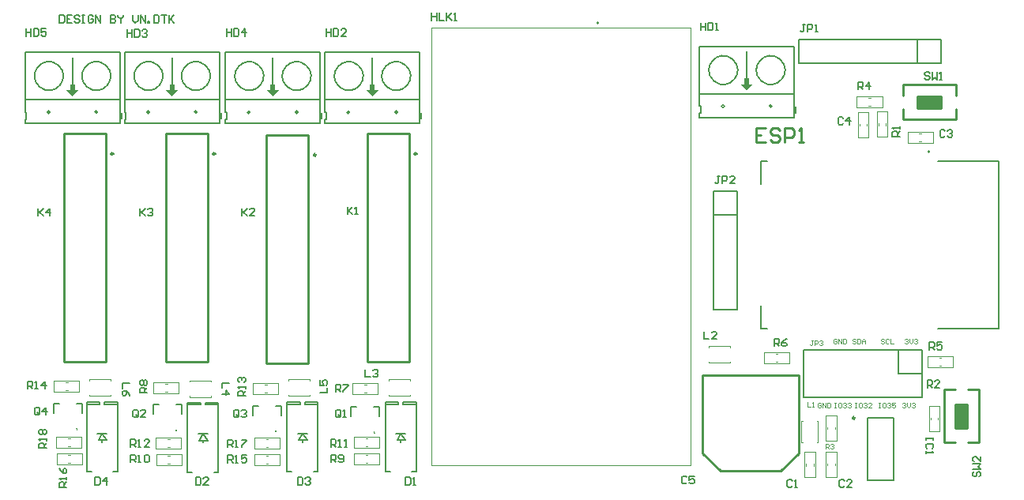
<source format=gto>
G04*
G04 #@! TF.GenerationSoftware,Altium Limited,Altium Designer,18.0.7 (293)*
G04*
G04 Layer_Color=65535*
%FSLAX24Y24*%
%MOIN*%
G70*
G01*
G75*
%ADD10C,0.0070*%
%ADD11C,0.0079*%
%ADD12C,0.0100*%
%ADD13C,0.0098*%
%ADD14C,0.0050*%
%ADD15C,0.0040*%
%ADD16C,0.0039*%
%ADD17R,0.1000X0.0500*%
%ADD18R,0.0500X0.1000*%
G36*
X12250Y26600D02*
X12500Y26850D01*
X12350D01*
Y27100D01*
X12150D01*
Y26850D01*
X12000D01*
X12250Y26600D01*
D02*
G37*
G36*
X16450D02*
X16700Y26850D01*
X16550D01*
Y27100D01*
X16350D01*
Y26850D01*
X16200D01*
X16450Y26600D01*
D02*
G37*
G36*
X20700D02*
X20950Y26850D01*
X20800D01*
Y27100D01*
X20600D01*
Y26850D01*
X20450D01*
X20700Y26600D01*
D02*
G37*
G36*
X24900D02*
X25150Y26850D01*
X25000D01*
Y27100D01*
X24800D01*
Y26850D01*
X24650D01*
X24900Y26600D01*
D02*
G37*
G36*
X40700Y26850D02*
X40950Y27100D01*
X40800D01*
Y27350D01*
X40600D01*
Y27100D01*
X40450D01*
X40700Y26850D01*
D02*
G37*
D10*
X17062Y26988D02*
G03*
X17049Y26999I388J462D01*
G01*
X15494Y25920D02*
G03*
X15494Y25920I-64J0D01*
G01*
X17514Y25930D02*
G03*
X17514Y25930I-64J0D01*
G01*
X15063Y26987D02*
G03*
X15049Y26999I387J463D01*
G01*
X39313Y27237D02*
G03*
X39299Y27249I387J463D01*
G01*
X41764Y26180D02*
G03*
X41764Y26180I-64J0D01*
G01*
X39744Y26170D02*
G03*
X39744Y26170I-64J0D01*
G01*
X41312Y27238D02*
G03*
X41299Y27249I388J462D01*
G01*
X23513Y26987D02*
G03*
X23499Y26999I387J463D01*
G01*
X25964Y25930D02*
G03*
X25964Y25930I-64J0D01*
G01*
X23944Y25920D02*
G03*
X23944Y25920I-64J0D01*
G01*
X25512Y26988D02*
G03*
X25499Y26999I388J462D01*
G01*
X10863Y26987D02*
G03*
X10849Y26999I387J463D01*
G01*
X13314Y25930D02*
G03*
X13314Y25930I-64J0D01*
G01*
X11294Y25920D02*
G03*
X11294Y25920I-64J0D01*
G01*
X12862Y26988D02*
G03*
X12849Y26999I388J462D01*
G01*
X19313Y26987D02*
G03*
X19299Y26999I387J463D01*
G01*
X21764Y25930D02*
G03*
X21764Y25930I-64J0D01*
G01*
X19744Y25920D02*
G03*
X19744Y25920I-64J0D01*
G01*
X21312Y26988D02*
G03*
X21299Y26999I388J462D01*
G01*
X14460Y26450D02*
X18430D01*
X18450Y26950D02*
Y28450D01*
X14450Y25940D02*
Y28450D01*
Y25940D02*
X14500D01*
Y25630D02*
Y25940D01*
X14450Y25630D02*
X14500D01*
X14450Y25450D02*
Y25630D01*
Y25450D02*
X18450D01*
Y26950D01*
X18510Y25650D02*
Y25900D01*
X16450Y26730D02*
Y28240D01*
X14450Y28450D02*
X18450D01*
X38700Y28700D02*
X42700D01*
X40700Y26980D02*
Y28490D01*
X42760Y25900D02*
Y26150D01*
X42700Y25700D02*
Y27200D01*
X38700Y25700D02*
X42700D01*
X38700D02*
Y25880D01*
X38750D01*
Y26190D01*
X38700D02*
X38750D01*
X38700D02*
Y28700D01*
X42700Y27200D02*
Y28700D01*
X38710Y26700D02*
X42680D01*
X22900Y28450D02*
X26900D01*
X24900Y26730D02*
Y28240D01*
X26960Y25650D02*
Y25900D01*
X26900Y25450D02*
Y26950D01*
X22900Y25450D02*
X26900D01*
X22900D02*
Y25630D01*
X22950D01*
Y25940D01*
X22900D02*
X22950D01*
X22900D02*
Y28450D01*
X26900Y26950D02*
Y28450D01*
X22910Y26450D02*
X26880D01*
X10250Y28450D02*
X14250D01*
X12250Y26730D02*
Y28240D01*
X14310Y25650D02*
Y25900D01*
X14250Y25450D02*
Y26950D01*
X10250Y25450D02*
X14250D01*
X10250D02*
Y25630D01*
X10300D01*
Y25940D01*
X10250D02*
X10300D01*
X10250D02*
Y28450D01*
X14250Y26950D02*
Y28450D01*
X10260Y26450D02*
X14230D01*
X18700Y28450D02*
X22700D01*
X20700Y26730D02*
Y28240D01*
X22760Y25650D02*
Y25900D01*
X22700Y25450D02*
Y26950D01*
X18700Y25450D02*
X22700D01*
X18700D02*
Y25630D01*
X18750D01*
Y25940D01*
X18700D02*
X18750D01*
X18700D02*
Y28450D01*
X22700Y26950D02*
Y28450D01*
X18710Y26450D02*
X22680D01*
D11*
X48411Y24266D02*
G03*
X48411Y24266I-39J0D01*
G01*
X12424Y12523D02*
G03*
X12424Y12563I0J20D01*
G01*
D02*
G03*
X12424Y12523I0J-20D01*
G01*
D02*
G03*
X12424Y12563I0J20D01*
G01*
X16624Y12473D02*
G03*
X16624Y12513I0J20D01*
G01*
D02*
G03*
X16624Y12473I0J-20D01*
G01*
D02*
G03*
X16624Y12513I0J20D01*
G01*
X20824Y12430D02*
G03*
X20824Y12469I0J20D01*
G01*
D02*
G03*
X20824Y12430I0J-20D01*
G01*
D02*
G03*
X20824Y12469I0J20D01*
G01*
X24974Y12373D02*
G03*
X24974Y12413I0J20D01*
G01*
D02*
G03*
X24974Y12373I0J-20D01*
G01*
D02*
G03*
X24974Y12413I0J20D01*
G01*
X34437Y29695D02*
G03*
X34358Y29695I-39J0D01*
G01*
D02*
G03*
X34437Y29695I39J0D01*
G01*
X12648Y13232D02*
Y13626D01*
X12404D02*
X12648D01*
X11452D02*
X11676D01*
X11452Y13232D02*
Y13626D01*
X13500Y12003D02*
Y12082D01*
Y12357D02*
Y12397D01*
X13343Y12082D02*
X13697D01*
X13500Y12357D02*
X13697Y12082D01*
X13343D02*
X13500Y12357D01*
X13303D02*
X13697D01*
X13600Y13676D02*
X14150D01*
Y10750D02*
Y13676D01*
X13600Y13600D02*
Y13676D01*
Y13600D02*
X14150D01*
X12850D02*
X13400D01*
Y13676D01*
X13963Y10750D02*
X14150D01*
X12850Y13676D02*
X13400D01*
X12850Y10750D02*
X13037D01*
X12850D02*
Y13676D01*
X16848Y13182D02*
Y13576D01*
X16604D02*
X16848D01*
X15652D02*
X15876D01*
X15652Y13182D02*
Y13576D01*
X17750Y11991D02*
Y12069D01*
Y12345D02*
Y12384D01*
X17593Y12069D02*
X17947D01*
X17750Y12345D02*
X17947Y12069D01*
X17593D02*
X17750Y12345D01*
X17553D02*
X17947D01*
X17850Y13664D02*
X18400D01*
Y10737D02*
Y13664D01*
X17850Y13587D02*
Y13664D01*
Y13587D02*
X18400D01*
X17100D02*
X17650D01*
Y13664D01*
X18213Y10737D02*
X18400D01*
X17100Y13664D02*
X17650D01*
X17100Y10737D02*
X17287D01*
X17100D02*
Y13664D01*
X21048Y13138D02*
Y13532D01*
X20804D02*
X21048D01*
X19852D02*
X20076D01*
X19852Y13138D02*
Y13532D01*
X21950Y12003D02*
Y12082D01*
Y12357D02*
Y12397D01*
X21793Y12082D02*
X22147D01*
X21950Y12357D02*
X22147Y12082D01*
X21793D02*
X21950Y12357D01*
X21753D02*
X22147D01*
X22050Y13676D02*
X22600D01*
Y10750D02*
Y13676D01*
X22050Y13600D02*
Y13676D01*
Y13600D02*
X22600D01*
X21300D02*
X21850D01*
Y13676D01*
X22413Y10750D02*
X22600D01*
X21300Y13676D02*
X21850D01*
X21300Y10750D02*
X21487D01*
X21300D02*
Y13676D01*
X25198Y13082D02*
Y13476D01*
X24954D02*
X25198D01*
X24002D02*
X24226D01*
X24002Y13082D02*
Y13476D01*
X26100Y12003D02*
Y12082D01*
Y12357D02*
Y12397D01*
X25943Y12082D02*
X26297D01*
X26100Y12357D02*
X26297Y12082D01*
X25943D02*
X26100Y12357D01*
X25903D02*
X26297D01*
X26200Y13676D02*
X26750D01*
Y10750D02*
Y13676D01*
X26200Y13600D02*
Y13676D01*
Y13600D02*
X26750D01*
X25450D02*
X26000D01*
Y13676D01*
X26563Y10750D02*
X26750D01*
X25450Y13676D02*
X26000D01*
X25450Y10750D02*
X25637D01*
X25450D02*
Y13676D01*
X47100Y14900D02*
Y15900D01*
Y14900D02*
X48100D01*
Y13900D02*
Y15900D01*
X46100Y13900D02*
X48100D01*
X43100D02*
X46100D01*
X43100D02*
Y15900D01*
X48100D01*
X45799Y10381D02*
X46901D01*
X45799Y13019D02*
X46901D01*
Y10381D02*
Y13019D01*
X45799Y10381D02*
Y13019D01*
X39300Y22600D02*
X40300D01*
Y17600D02*
Y22600D01*
X39300Y17600D02*
Y22600D01*
Y17600D02*
X40300D01*
X39300Y21600D02*
X40300D01*
X42900Y28000D02*
Y29000D01*
X48900Y28000D02*
Y29000D01*
X42900Y28000D02*
X48900D01*
X42900Y29000D02*
X48900D01*
X47900Y28000D02*
Y29000D01*
X11700Y30015D02*
Y29700D01*
X11857D01*
X11910Y29752D01*
Y29962D01*
X11857Y30015D01*
X11700D01*
X12225D02*
X12015D01*
Y29700D01*
X12225D01*
X12015Y29857D02*
X12120D01*
X12540Y29962D02*
X12487Y30015D01*
X12382D01*
X12330Y29962D01*
Y29910D01*
X12382Y29857D01*
X12487D01*
X12540Y29805D01*
Y29752D01*
X12487Y29700D01*
X12382D01*
X12330Y29752D01*
X12645Y30015D02*
X12750D01*
X12697D01*
Y29700D01*
X12645D01*
X12750D01*
X13117Y29962D02*
X13064Y30015D01*
X12959D01*
X12907Y29962D01*
Y29752D01*
X12959Y29700D01*
X13064D01*
X13117Y29752D01*
Y29857D01*
X13012D01*
X13222Y29700D02*
Y30015D01*
X13432Y29700D01*
Y30015D01*
X13852D02*
Y29700D01*
X14009D01*
X14061Y29752D01*
Y29805D01*
X14009Y29857D01*
X13852D01*
X14009D01*
X14061Y29910D01*
Y29962D01*
X14009Y30015D01*
X13852D01*
X14166D02*
Y29962D01*
X14271Y29857D01*
X14376Y29962D01*
Y30015D01*
X14271Y29857D02*
Y29700D01*
X14796Y30015D02*
Y29805D01*
X14901Y29700D01*
X15006Y29805D01*
Y30015D01*
X15111Y29700D02*
Y30015D01*
X15321Y29700D01*
Y30015D01*
X15426Y29700D02*
Y29752D01*
X15478D01*
Y29700D01*
X15426D01*
X15688Y30015D02*
Y29700D01*
X15846D01*
X15898Y29752D01*
Y29962D01*
X15846Y30015D01*
X15688D01*
X16003D02*
X16213D01*
X16108D01*
Y29700D01*
X16318Y30015D02*
Y29700D01*
Y29805D01*
X16528Y30015D01*
X16370Y29857D01*
X16528Y29700D01*
X48410Y27562D02*
X48357Y27615D01*
X48252D01*
X48200Y27562D01*
Y27510D01*
X48252Y27457D01*
X48357D01*
X48410Y27405D01*
Y27352D01*
X48357Y27300D01*
X48252D01*
X48200Y27352D01*
X48515Y27615D02*
Y27300D01*
X48620Y27405D01*
X48725Y27300D01*
Y27615D01*
X48830Y27300D02*
X48935D01*
X48882D01*
Y27615D01*
X48830Y27562D01*
X50288Y10760D02*
X50235Y10707D01*
Y10602D01*
X50288Y10550D01*
X50340D01*
X50393Y10602D01*
Y10707D01*
X50445Y10760D01*
X50498D01*
X50550Y10707D01*
Y10602D01*
X50498Y10550D01*
X50235Y10865D02*
X50550D01*
X50445Y10970D01*
X50550Y11075D01*
X50235D01*
X50550Y11390D02*
Y11180D01*
X50340Y11390D01*
X50288D01*
X50235Y11337D01*
Y11232D01*
X50288Y11180D01*
X11150Y11750D02*
X10835D01*
Y11907D01*
X10888Y11960D01*
X10993D01*
X11045Y11907D01*
Y11750D01*
Y11855D02*
X11150Y11960D01*
Y12065D02*
Y12170D01*
Y12117D01*
X10835D01*
X10888Y12065D01*
Y12327D02*
X10835Y12380D01*
Y12485D01*
X10888Y12537D01*
X10940D01*
X10993Y12485D01*
X11045Y12537D01*
X11098D01*
X11150Y12485D01*
Y12380D01*
X11098Y12327D01*
X11045D01*
X10993Y12380D01*
X10940Y12327D01*
X10888D01*
X10993Y12380D02*
Y12485D01*
X18800Y11790D02*
Y12105D01*
X18957D01*
X19010Y12052D01*
Y11947D01*
X18957Y11895D01*
X18800D01*
X18905D02*
X19010Y11790D01*
X19115D02*
X19220D01*
X19167D01*
Y12105D01*
X19115Y12052D01*
X19377Y12105D02*
X19587D01*
Y12052D01*
X19377Y11842D01*
Y11790D01*
X12000Y10100D02*
X11685D01*
Y10257D01*
X11738Y10310D01*
X11843D01*
X11895Y10257D01*
Y10100D01*
Y10205D02*
X12000Y10310D01*
Y10415D02*
Y10520D01*
Y10467D01*
X11685D01*
X11738Y10415D01*
X11685Y10887D02*
X11738Y10782D01*
X11843Y10677D01*
X11948D01*
X12000Y10730D01*
Y10835D01*
X11948Y10887D01*
X11895D01*
X11843Y10835D01*
Y10677D01*
X18800Y11140D02*
Y11455D01*
X18957D01*
X19010Y11402D01*
Y11297D01*
X18957Y11245D01*
X18800D01*
X18905D02*
X19010Y11140D01*
X19115D02*
X19220D01*
X19167D01*
Y11455D01*
X19115Y11402D01*
X19587Y11455D02*
X19377D01*
Y11297D01*
X19482Y11350D01*
X19535D01*
X19587Y11297D01*
Y11192D01*
X19535Y11140D01*
X19430D01*
X19377Y11192D01*
X10350Y14250D02*
Y14565D01*
X10507D01*
X10560Y14512D01*
Y14407D01*
X10507Y14355D01*
X10350D01*
X10455D02*
X10560Y14250D01*
X10665D02*
X10770D01*
X10717D01*
Y14565D01*
X10665Y14512D01*
X11085Y14250D02*
Y14565D01*
X10927Y14407D01*
X11137D01*
X19550Y13950D02*
X19235D01*
Y14107D01*
X19288Y14160D01*
X19393D01*
X19445Y14107D01*
Y13950D01*
Y14055D02*
X19550Y14160D01*
Y14265D02*
Y14370D01*
Y14317D01*
X19235D01*
X19288Y14265D01*
Y14527D02*
X19235Y14580D01*
Y14685D01*
X19288Y14737D01*
X19340D01*
X19393Y14685D01*
Y14632D01*
Y14685D01*
X19445Y14737D01*
X19498D01*
X19550Y14685D01*
Y14580D01*
X19498Y14527D01*
X14700Y11800D02*
Y12115D01*
X14857D01*
X14910Y12062D01*
Y11957D01*
X14857Y11905D01*
X14700D01*
X14805D02*
X14910Y11800D01*
X15015D02*
X15120D01*
X15067D01*
Y12115D01*
X15015Y12062D01*
X15487Y11800D02*
X15277D01*
X15487Y12010D01*
Y12062D01*
X15435Y12115D01*
X15330D01*
X15277Y12062D01*
X23150Y11800D02*
Y12115D01*
X23307D01*
X23360Y12062D01*
Y11957D01*
X23307Y11905D01*
X23150D01*
X23255D02*
X23360Y11800D01*
X23465D02*
X23570D01*
X23517D01*
Y12115D01*
X23465Y12062D01*
X23727Y11800D02*
X23832D01*
X23780D01*
Y12115D01*
X23727Y12062D01*
X14700Y11150D02*
Y11465D01*
X14857D01*
X14910Y11412D01*
Y11307D01*
X14857Y11255D01*
X14700D01*
X14805D02*
X14910Y11150D01*
X15015D02*
X15120D01*
X15067D01*
Y11465D01*
X15015Y11412D01*
X15277D02*
X15330Y11465D01*
X15435D01*
X15487Y11412D01*
Y11202D01*
X15435Y11150D01*
X15330D01*
X15277Y11202D01*
Y11412D01*
X23150Y11150D02*
Y11465D01*
X23307D01*
X23360Y11412D01*
Y11307D01*
X23307Y11255D01*
X23150D01*
X23255D02*
X23360Y11150D01*
X23465Y11202D02*
X23517Y11150D01*
X23622D01*
X23675Y11202D01*
Y11412D01*
X23622Y11465D01*
X23517D01*
X23465Y11412D01*
Y11360D01*
X23517Y11307D01*
X23675D01*
X15400Y14090D02*
X15085D01*
Y14247D01*
X15138Y14300D01*
X15243D01*
X15295Y14247D01*
Y14090D01*
Y14195D02*
X15400Y14300D01*
X15138Y14405D02*
X15085Y14457D01*
Y14562D01*
X15138Y14615D01*
X15190D01*
X15243Y14562D01*
X15295Y14615D01*
X15348D01*
X15400Y14562D01*
Y14457D01*
X15348Y14405D01*
X15295D01*
X15243Y14457D01*
X15190Y14405D01*
X15138D01*
X15243Y14457D02*
Y14562D01*
X23350Y14120D02*
Y14435D01*
X23507D01*
X23560Y14382D01*
Y14277D01*
X23507Y14225D01*
X23350D01*
X23455D02*
X23560Y14120D01*
X23665Y14435D02*
X23875D01*
Y14382D01*
X23665Y14172D01*
Y14120D01*
X41850Y16050D02*
Y16365D01*
X42007D01*
X42060Y16312D01*
Y16207D01*
X42007Y16155D01*
X41850D01*
X41955D02*
X42060Y16050D01*
X42375Y16365D02*
X42270Y16312D01*
X42165Y16207D01*
Y16102D01*
X42217Y16050D01*
X42322D01*
X42375Y16102D01*
Y16155D01*
X42322Y16207D01*
X42165D01*
X48400Y15900D02*
Y16215D01*
X48557D01*
X48610Y16162D01*
Y16057D01*
X48557Y16005D01*
X48400D01*
X48505D02*
X48610Y15900D01*
X48925Y16215D02*
X48715D01*
Y16057D01*
X48820Y16110D01*
X48872D01*
X48925Y16057D01*
Y15952D01*
X48872Y15900D01*
X48767D01*
X48715Y15952D01*
X45390Y26880D02*
Y27195D01*
X45547D01*
X45600Y27142D01*
Y27037D01*
X45547Y26985D01*
X45390D01*
X45495D02*
X45600Y26880D01*
X45862D02*
Y27195D01*
X45705Y27037D01*
X45915D01*
X48310Y14300D02*
Y14615D01*
X48467D01*
X48520Y14562D01*
Y14457D01*
X48467Y14405D01*
X48310D01*
X48415D02*
X48520Y14300D01*
X48835D02*
X48625D01*
X48835Y14510D01*
Y14562D01*
X48782Y14615D01*
X48677D01*
X48625Y14562D01*
X47150Y24900D02*
X46835D01*
Y25057D01*
X46888Y25110D01*
X46993D01*
X47045Y25057D01*
Y24900D01*
Y25005D02*
X47150Y25110D01*
Y25215D02*
Y25320D01*
Y25267D01*
X46835D01*
X46888Y25215D01*
X10860Y13202D02*
Y13412D01*
X10807Y13465D01*
X10702D01*
X10650Y13412D01*
Y13202D01*
X10702Y13150D01*
X10807D01*
X10755Y13255D02*
X10860Y13150D01*
X10807D02*
X10860Y13202D01*
X11122Y13150D02*
Y13465D01*
X10965Y13307D01*
X11175D01*
X19260Y13102D02*
Y13312D01*
X19207Y13365D01*
X19102D01*
X19050Y13312D01*
Y13102D01*
X19102Y13050D01*
X19207D01*
X19155Y13155D02*
X19260Y13050D01*
X19207D02*
X19260Y13102D01*
X19365Y13312D02*
X19417Y13365D01*
X19522D01*
X19575Y13312D01*
Y13260D01*
X19522Y13207D01*
X19470D01*
X19522D01*
X19575Y13155D01*
Y13102D01*
X19522Y13050D01*
X19417D01*
X19365Y13102D01*
X15010D02*
Y13312D01*
X14957Y13365D01*
X14852D01*
X14800Y13312D01*
Y13102D01*
X14852Y13050D01*
X14957D01*
X14905Y13155D02*
X15010Y13050D01*
X14957D02*
X15010Y13102D01*
X15325Y13050D02*
X15115D01*
X15325Y13260D01*
Y13312D01*
X15272Y13365D01*
X15167D01*
X15115Y13312D01*
X23560Y13102D02*
Y13312D01*
X23507Y13365D01*
X23402D01*
X23350Y13312D01*
Y13102D01*
X23402Y13050D01*
X23507D01*
X23455Y13155D02*
X23560Y13050D01*
X23507D02*
X23560Y13102D01*
X23665Y13050D02*
X23770D01*
X23717D01*
Y13365D01*
X23665Y13312D01*
X14665Y14480D02*
X14350D01*
Y14270D01*
X14665Y13955D02*
X14612Y14060D01*
X14507Y14165D01*
X14402D01*
X14350Y14113D01*
Y14008D01*
X14402Y13955D01*
X14455D01*
X14507Y14008D01*
Y14165D01*
X22685Y14090D02*
X23000D01*
Y14300D01*
X22685Y14615D02*
Y14405D01*
X22843D01*
X22790Y14510D01*
Y14562D01*
X22843Y14615D01*
X22948D01*
X23000Y14562D01*
Y14457D01*
X22948Y14405D01*
X18865Y14500D02*
X18550D01*
Y14290D01*
Y14028D02*
X18865D01*
X18707Y14185D01*
Y13975D01*
X24600Y15065D02*
Y14750D01*
X24810D01*
X24915Y15012D02*
X24967Y15065D01*
X25072D01*
X25125Y15012D01*
Y14960D01*
X25072Y14907D01*
X25020D01*
X25072D01*
X25125Y14855D01*
Y14802D01*
X25072Y14750D01*
X24967D01*
X24915Y14802D01*
X38890Y16665D02*
Y16350D01*
X39100D01*
X39415D02*
X39205D01*
X39415Y16560D01*
Y16612D01*
X39362Y16665D01*
X39257D01*
X39205Y16612D01*
X10800Y21865D02*
Y21550D01*
Y21655D01*
X11010Y21865D01*
X10852Y21707D01*
X11010Y21550D01*
X11272D02*
Y21865D01*
X11115Y21707D01*
X11325D01*
X15100Y21865D02*
Y21550D01*
Y21655D01*
X15310Y21865D01*
X15152Y21707D01*
X15310Y21550D01*
X15415Y21812D02*
X15467Y21865D01*
X15572D01*
X15625Y21812D01*
Y21760D01*
X15572Y21707D01*
X15520D01*
X15572D01*
X15625Y21655D01*
Y21602D01*
X15572Y21550D01*
X15467D01*
X15415Y21602D01*
X19400Y21865D02*
Y21550D01*
Y21655D01*
X19610Y21865D01*
X19452Y21707D01*
X19610Y21550D01*
X19925D02*
X19715D01*
X19925Y21760D01*
Y21812D01*
X19872Y21865D01*
X19767D01*
X19715Y21812D01*
X23850Y21927D02*
Y21612D01*
Y21717D01*
X24060Y21927D01*
X23902Y21769D01*
X24060Y21612D01*
X24165D02*
X24270D01*
X24217D01*
Y21927D01*
X24165Y21874D01*
X39550Y23235D02*
X39445D01*
X39497D01*
Y22972D01*
X39445Y22920D01*
X39392D01*
X39340Y22972D01*
X39655Y22920D02*
Y23235D01*
X39812D01*
X39865Y23182D01*
Y23077D01*
X39812Y23025D01*
X39655D01*
X40180Y22920D02*
X39970D01*
X40180Y23130D01*
Y23182D01*
X40127Y23235D01*
X40022D01*
X39970Y23182D01*
X43150Y29635D02*
X43045D01*
X43097D01*
Y29372D01*
X43045Y29320D01*
X42992D01*
X42940Y29372D01*
X43255Y29320D02*
Y29635D01*
X43412D01*
X43465Y29582D01*
Y29477D01*
X43412Y29425D01*
X43255D01*
X43570Y29320D02*
X43675D01*
X43622D01*
Y29635D01*
X43570Y29582D01*
X48565Y12200D02*
Y12095D01*
Y12148D01*
X48250D01*
Y12200D01*
Y12095D01*
X48512Y11728D02*
X48565Y11780D01*
Y11885D01*
X48512Y11938D01*
X48302D01*
X48250Y11885D01*
Y11780D01*
X48302Y11728D01*
X48250Y11623D02*
Y11518D01*
Y11570D01*
X48565D01*
X48512Y11623D01*
X27400Y30115D02*
Y29800D01*
Y29957D01*
X27610D01*
Y30115D01*
Y29800D01*
X27715Y30115D02*
Y29800D01*
X27925D01*
X28030Y30115D02*
Y29800D01*
Y29905D01*
X28240Y30115D01*
X28082Y29957D01*
X28240Y29800D01*
X28345D02*
X28450D01*
X28397D01*
Y30115D01*
X28345Y30062D01*
X10290Y29445D02*
Y29130D01*
Y29287D01*
X10500D01*
Y29445D01*
Y29130D01*
X10605Y29445D02*
Y29130D01*
X10762D01*
X10815Y29182D01*
Y29392D01*
X10762Y29445D01*
X10605D01*
X11130D02*
X10920D01*
Y29287D01*
X11025Y29340D01*
X11077D01*
X11130Y29287D01*
Y29182D01*
X11077Y29130D01*
X10972D01*
X10920Y29182D01*
X18740Y29445D02*
Y29130D01*
Y29287D01*
X18950D01*
Y29445D01*
Y29130D01*
X19055Y29445D02*
Y29130D01*
X19212D01*
X19265Y29182D01*
Y29392D01*
X19212Y29445D01*
X19055D01*
X19527Y29130D02*
Y29445D01*
X19370Y29287D01*
X19580D01*
X14550Y29415D02*
Y29100D01*
Y29257D01*
X14760D01*
Y29415D01*
Y29100D01*
X14865Y29415D02*
Y29100D01*
X15022D01*
X15075Y29152D01*
Y29362D01*
X15022Y29415D01*
X14865D01*
X15180Y29362D02*
X15232Y29415D01*
X15337D01*
X15390Y29362D01*
Y29310D01*
X15337Y29257D01*
X15285D01*
X15337D01*
X15390Y29205D01*
Y29152D01*
X15337Y29100D01*
X15232D01*
X15180Y29152D01*
X22940Y29445D02*
Y29130D01*
Y29287D01*
X23150D01*
Y29445D01*
Y29130D01*
X23255Y29445D02*
Y29130D01*
X23412D01*
X23465Y29182D01*
Y29392D01*
X23412Y29445D01*
X23255D01*
X23780Y29130D02*
X23570D01*
X23780Y29340D01*
Y29392D01*
X23727Y29445D01*
X23622D01*
X23570Y29392D01*
X38740Y29695D02*
Y29380D01*
Y29537D01*
X38950D01*
Y29695D01*
Y29380D01*
X39055Y29695D02*
Y29380D01*
X39212D01*
X39265Y29432D01*
Y29642D01*
X39212Y29695D01*
X39055D01*
X39370Y29380D02*
X39475D01*
X39422D01*
Y29695D01*
X39370Y29642D01*
X13200Y10515D02*
Y10200D01*
X13357D01*
X13410Y10252D01*
Y10462D01*
X13357Y10515D01*
X13200D01*
X13672Y10200D02*
Y10515D01*
X13515Y10357D01*
X13725D01*
X21750Y10515D02*
Y10200D01*
X21907D01*
X21960Y10252D01*
Y10462D01*
X21907Y10515D01*
X21750D01*
X22065Y10462D02*
X22117Y10515D01*
X22222D01*
X22275Y10462D01*
Y10410D01*
X22222Y10357D01*
X22170D01*
X22222D01*
X22275Y10305D01*
Y10252D01*
X22222Y10200D01*
X22117D01*
X22065Y10252D01*
X17450Y10515D02*
Y10200D01*
X17607D01*
X17660Y10252D01*
Y10462D01*
X17607Y10515D01*
X17450D01*
X17975Y10200D02*
X17765D01*
X17975Y10410D01*
Y10462D01*
X17922Y10515D01*
X17817D01*
X17765Y10462D01*
X26297Y10515D02*
Y10200D01*
X26454D01*
X26507Y10252D01*
Y10462D01*
X26454Y10515D01*
X26297D01*
X26612Y10200D02*
X26717D01*
X26664D01*
Y10515D01*
X26612Y10462D01*
X38160Y10512D02*
X38107Y10565D01*
X38002D01*
X37950Y10512D01*
Y10302D01*
X38002Y10250D01*
X38107D01*
X38160Y10302D01*
X38475Y10565D02*
X38265D01*
Y10407D01*
X38370Y10460D01*
X38422D01*
X38475Y10407D01*
Y10302D01*
X38422Y10250D01*
X38317D01*
X38265Y10302D01*
X44760Y25662D02*
X44707Y25715D01*
X44602D01*
X44550Y25662D01*
Y25452D01*
X44602Y25400D01*
X44707D01*
X44760Y25452D01*
X45022Y25400D02*
Y25715D01*
X44865Y25557D01*
X45075D01*
X49054Y25122D02*
X49001Y25175D01*
X48896D01*
X48844Y25122D01*
Y24912D01*
X48896Y24860D01*
X49001D01*
X49054Y24912D01*
X49159Y25122D02*
X49211Y25175D01*
X49316D01*
X49368Y25122D01*
Y25070D01*
X49316Y25017D01*
X49264D01*
X49316D01*
X49368Y24965D01*
Y24912D01*
X49316Y24860D01*
X49211D01*
X49159Y24912D01*
X44810Y10362D02*
X44757Y10415D01*
X44652D01*
X44600Y10362D01*
Y10152D01*
X44652Y10100D01*
X44757D01*
X44810Y10152D01*
X45125Y10100D02*
X44915D01*
X45125Y10310D01*
Y10362D01*
X45072Y10415D01*
X44967D01*
X44915Y10362D01*
X42610D02*
X42557Y10415D01*
X42452D01*
X42400Y10362D01*
Y10152D01*
X42452Y10100D01*
X42557D01*
X42610Y10152D01*
X42715Y10100D02*
X42820D01*
X42767D01*
Y10415D01*
X42715Y10362D01*
D12*
X13971Y24170D02*
G03*
X13971Y24170I-51J0D01*
G01*
X22521Y24120D02*
G03*
X22521Y24120I-51J0D01*
G01*
X18271Y24170D02*
G03*
X18271Y24170I-51J0D01*
G01*
X26771D02*
G03*
X26771Y24170I-51J0D01*
G01*
X13650Y15377D02*
Y25023D01*
X11878D02*
X13650D01*
X11878Y15377D02*
Y25023D01*
Y15377D02*
X13650D01*
X22200Y15327D02*
Y24973D01*
X20428D02*
X22200D01*
X20428Y15327D02*
Y24973D01*
Y15327D02*
X22200D01*
X17950Y15377D02*
Y25023D01*
X16178D02*
X17950D01*
X16178Y15377D02*
Y25023D01*
Y15377D02*
X17950D01*
X26450D02*
Y25023D01*
X24678D02*
X26450D01*
X24678Y15377D02*
Y25023D01*
Y15377D02*
X26450D01*
X49510Y25620D02*
Y26070D01*
Y26630D02*
Y27080D01*
X47290D02*
X49510D01*
X47290Y25620D02*
X49510D01*
X47900Y26100D02*
X48900D01*
X47900D02*
Y26600D01*
X48900D01*
Y26100D02*
Y26600D01*
X47290Y25620D02*
Y26070D01*
Y26630D02*
Y27080D01*
X50030Y14210D02*
X50480D01*
X49020D02*
X49470D01*
X49500Y12600D02*
X50000D01*
Y13600D01*
X49500D02*
X50000D01*
X49500Y12600D02*
Y13600D01*
X49020Y11990D02*
Y14210D01*
X50480Y11990D02*
Y14210D01*
X50030Y11990D02*
X50480D01*
X49020D02*
X49470D01*
X42878Y11534D02*
Y14834D01*
X42122Y10779D02*
X42878Y11534D01*
X39578Y10779D02*
X42122D01*
X38822Y11534D02*
Y14834D01*
Y11534D02*
X39578Y10779D01*
X38822Y14834D02*
X42878D01*
X41480Y25242D02*
X41080D01*
Y24642D01*
X41480D01*
X41080Y24942D02*
X41280D01*
X42080Y25142D02*
X41980Y25242D01*
X41780D01*
X41680Y25142D01*
Y25042D01*
X41780Y24942D01*
X41980D01*
X42080Y24842D01*
Y24742D01*
X41980Y24642D01*
X41780D01*
X41680Y24742D01*
X42280Y24642D02*
Y25242D01*
X42580D01*
X42679Y25142D01*
Y24942D01*
X42580Y24842D01*
X42280D01*
X42879Y24642D02*
X43079D01*
X42979D01*
Y25242D01*
X42879Y25142D01*
D13*
X45257Y13019D02*
G03*
X45257Y13019I-49J0D01*
G01*
D14*
X48765Y16785D02*
X51324D01*
Y23872D01*
X48765D02*
X51324D01*
X41285Y16785D02*
X41541D01*
X41285D02*
Y17750D01*
Y22907D02*
Y23872D01*
X41541D01*
D15*
X12530Y14120D02*
Y14580D01*
X11460D02*
X12530D01*
X11460Y14120D02*
Y14580D01*
Y14120D02*
X12530D01*
X11960Y14190D02*
X12040D01*
X11960Y14510D02*
X12040D01*
X12630Y11770D02*
Y12230D01*
X11560D02*
X12630D01*
X11560Y11770D02*
Y12230D01*
Y11770D02*
X12630D01*
X12060Y11840D02*
X12140D01*
X12060Y12160D02*
X12140D01*
X11570Y11070D02*
Y11530D01*
Y11070D02*
X12640D01*
Y11530D01*
X11570D02*
X12640D01*
X12060Y11460D02*
X12140D01*
X12060Y11140D02*
X12140D01*
X12950Y13950D02*
Y14000D01*
Y13950D02*
X13850D01*
Y14000D01*
X12950Y14600D02*
Y14650D01*
X13850D01*
Y14600D02*
Y14650D01*
X16730Y14070D02*
Y14530D01*
X15660D02*
X16730D01*
X15660Y14070D02*
Y14530D01*
Y14070D02*
X16730D01*
X16160Y14140D02*
X16240D01*
X16160Y14460D02*
X16240D01*
X16830Y11720D02*
Y12180D01*
X15760D02*
X16830D01*
X15760Y11720D02*
Y12180D01*
Y11720D02*
X16830D01*
X16260Y11790D02*
X16340D01*
X16260Y12110D02*
X16340D01*
X15770Y11020D02*
Y11480D01*
Y11020D02*
X16840D01*
Y11480D01*
X15770D02*
X16840D01*
X16260Y11410D02*
X16340D01*
X16260Y11090D02*
X16340D01*
X17200Y13900D02*
Y13950D01*
Y13900D02*
X18100D01*
Y13950D01*
X17200Y14550D02*
Y14600D01*
X18100D01*
Y14550D02*
Y14600D01*
X21350Y13950D02*
Y14000D01*
Y13950D02*
X22250D01*
Y14000D01*
X21350Y14600D02*
Y14650D01*
X22250D01*
Y14600D02*
Y14650D01*
X20930Y14020D02*
Y14480D01*
X19860D02*
X20930D01*
X19860Y14020D02*
Y14480D01*
Y14020D02*
X20930D01*
X20360Y14090D02*
X20440D01*
X20360Y14410D02*
X20440D01*
X20980Y11720D02*
Y12180D01*
X19910D02*
X20980D01*
X19910Y11720D02*
Y12180D01*
Y11720D02*
X20980D01*
X20410Y11790D02*
X20490D01*
X20410Y12110D02*
X20490D01*
X19915Y11020D02*
Y11480D01*
Y11020D02*
X20985D01*
Y11480D01*
X19915D02*
X20985D01*
X20405Y11410D02*
X20485D01*
X20405Y11090D02*
X20485D01*
X25600Y13950D02*
Y14000D01*
Y13950D02*
X26500D01*
Y14000D01*
X25600Y14600D02*
Y14650D01*
X26500D01*
Y14600D02*
Y14650D01*
X25135Y14020D02*
Y14480D01*
X24065D02*
X25135D01*
X24065Y14020D02*
Y14480D01*
Y14020D02*
X25135D01*
X24565Y14090D02*
X24645D01*
X24565Y14410D02*
X24645D01*
X25185Y11770D02*
Y12230D01*
X24115D02*
X25185D01*
X24115Y11770D02*
Y12230D01*
Y11770D02*
X25185D01*
X24615Y11840D02*
X24695D01*
X24615Y12160D02*
X24695D01*
X24125Y11070D02*
Y11530D01*
Y11070D02*
X25195D01*
Y11530D01*
X24125D02*
X25195D01*
X24615Y11460D02*
X24695D01*
X24615Y11140D02*
X24695D01*
X43510Y11005D02*
Y11085D01*
X43190Y11005D02*
Y11085D01*
X43120Y10515D02*
Y11585D01*
X43580D01*
Y10515D02*
Y11585D01*
X43120Y10515D02*
X43580D01*
X43650Y12006D02*
X43700D01*
Y12906D01*
X43650D02*
X43700D01*
X43000Y12006D02*
X43050D01*
X43000D02*
Y12906D01*
X43050D01*
X44020Y12070D02*
X44480D01*
Y13140D01*
X44020D02*
X44480D01*
X44020Y12070D02*
Y13140D01*
X44090Y12560D02*
Y12640D01*
X44410Y12560D02*
Y12640D01*
X49380Y15170D02*
Y15630D01*
X48310D02*
X49380D01*
X48310Y15170D02*
Y15630D01*
Y15170D02*
X49380D01*
X48810Y15240D02*
X48890D01*
X48810Y15560D02*
X48890D01*
X48370Y13525D02*
X48830D01*
X48370Y12455D02*
Y13525D01*
Y12455D02*
X48830D01*
Y13525D01*
X48760Y12955D02*
Y13035D01*
X48440Y12955D02*
Y13035D01*
X44090Y11010D02*
Y11090D01*
X44410Y11010D02*
Y11090D01*
X44480Y10510D02*
Y11580D01*
X44020Y10510D02*
X44480D01*
X44020D02*
Y11580D01*
X44480D01*
X42475Y15320D02*
Y15780D01*
X41405D02*
X42475D01*
X41405Y15320D02*
Y15780D01*
Y15320D02*
X42475D01*
X41905Y15390D02*
X41985D01*
X41905Y15710D02*
X41985D01*
X46170Y24875D02*
X46630D01*
Y25945D01*
X46170D02*
X46630D01*
X46170Y24875D02*
Y25945D01*
X46240Y25365D02*
Y25445D01*
X46560Y25365D02*
Y25445D01*
X45440Y25360D02*
Y25440D01*
X45760Y25360D02*
Y25440D01*
X45830Y24860D02*
Y25930D01*
X45370Y24860D02*
X45830D01*
X45370D02*
Y25930D01*
X45830D01*
X47960Y24690D02*
X48040D01*
X47960Y25010D02*
X48040D01*
X47470Y25080D02*
X48540D01*
Y24620D02*
Y25080D01*
X47470Y24620D02*
X48540D01*
X47470D02*
Y25080D01*
X45835Y26510D02*
X45915D01*
X45835Y26190D02*
X45915D01*
X45335Y26120D02*
X46405D01*
X45335D02*
Y26580D01*
X46405D01*
Y26120D02*
Y26580D01*
X40000Y16000D02*
Y16050D01*
X39100D02*
X40000D01*
X39100Y16000D02*
Y16050D01*
X40000Y15350D02*
Y15400D01*
X39100Y15350D02*
X40000D01*
X39100D02*
Y15400D01*
D16*
X38334Y11034D02*
Y29498D01*
X27389Y11034D02*
X38334D01*
X27389D02*
Y29498D01*
X38334D01*
X46250Y13647D02*
X46316D01*
X46283D01*
Y13450D01*
X46250D01*
X46316D01*
X46512Y13647D02*
X46447D01*
X46414Y13614D01*
Y13483D01*
X46447Y13450D01*
X46512D01*
X46545Y13483D01*
Y13614D01*
X46512Y13647D01*
X46611Y13614D02*
X46644Y13647D01*
X46709D01*
X46742Y13614D01*
Y13581D01*
X46709Y13548D01*
X46676D01*
X46709D01*
X46742Y13516D01*
Y13483D01*
X46709Y13450D01*
X46644D01*
X46611Y13483D01*
X46939Y13647D02*
X46808D01*
Y13548D01*
X46873Y13581D01*
X46906D01*
X46939Y13548D01*
Y13483D01*
X46906Y13450D01*
X46840D01*
X46808Y13483D01*
X45257Y13647D02*
X45323D01*
X45290D01*
Y13450D01*
X45257D01*
X45323D01*
X45520Y13647D02*
X45454D01*
X45421Y13614D01*
Y13483D01*
X45454Y13450D01*
X45520D01*
X45553Y13483D01*
Y13614D01*
X45520Y13647D01*
X45618Y13614D02*
X45651Y13647D01*
X45717D01*
X45749Y13614D01*
Y13581D01*
X45717Y13548D01*
X45684D01*
X45717D01*
X45749Y13516D01*
Y13483D01*
X45717Y13450D01*
X45651D01*
X45618Y13483D01*
X45946Y13450D02*
X45815D01*
X45946Y13581D01*
Y13614D01*
X45913Y13647D01*
X45848D01*
X45815Y13614D01*
X44400Y13647D02*
X44466D01*
X44433D01*
Y13450D01*
X44400D01*
X44466D01*
X44662Y13647D02*
X44597D01*
X44564Y13614D01*
Y13483D01*
X44597Y13450D01*
X44662D01*
X44695Y13483D01*
Y13614D01*
X44662Y13647D01*
X44761Y13614D02*
X44794Y13647D01*
X44859D01*
X44892Y13614D01*
Y13581D01*
X44859Y13548D01*
X44826D01*
X44859D01*
X44892Y13516D01*
Y13483D01*
X44859Y13450D01*
X44794D01*
X44761Y13483D01*
X44958Y13614D02*
X44990Y13647D01*
X45056D01*
X45089Y13614D01*
Y13581D01*
X45056Y13548D01*
X45023D01*
X45056D01*
X45089Y13516D01*
Y13483D01*
X45056Y13450D01*
X44990D01*
X44958Y13483D01*
X43831Y13614D02*
X43798Y13647D01*
X43733D01*
X43700Y13614D01*
Y13483D01*
X43733Y13450D01*
X43798D01*
X43831Y13483D01*
Y13548D01*
X43766D01*
X43897Y13450D02*
Y13647D01*
X44028Y13450D01*
Y13647D01*
X44094D02*
Y13450D01*
X44192D01*
X44225Y13483D01*
Y13614D01*
X44192Y13647D01*
X44094D01*
X47250Y13614D02*
X47283Y13647D01*
X47348D01*
X47381Y13614D01*
Y13581D01*
X47348Y13548D01*
X47316D01*
X47348D01*
X47381Y13516D01*
Y13483D01*
X47348Y13450D01*
X47283D01*
X47250Y13483D01*
X47447Y13647D02*
Y13516D01*
X47512Y13450D01*
X47578Y13516D01*
Y13647D01*
X47644Y13614D02*
X47676Y13647D01*
X47742D01*
X47775Y13614D01*
Y13581D01*
X47742Y13548D01*
X47709D01*
X47742D01*
X47775Y13516D01*
Y13483D01*
X47742Y13450D01*
X47676D01*
X47644Y13483D01*
X47350Y16314D02*
X47383Y16347D01*
X47448D01*
X47481Y16314D01*
Y16281D01*
X47448Y16248D01*
X47416D01*
X47448D01*
X47481Y16216D01*
Y16183D01*
X47448Y16150D01*
X47383D01*
X47350Y16183D01*
X47547Y16347D02*
Y16216D01*
X47612Y16150D01*
X47678Y16216D01*
Y16347D01*
X47744Y16314D02*
X47776Y16347D01*
X47842D01*
X47875Y16314D01*
Y16281D01*
X47842Y16248D01*
X47809D01*
X47842D01*
X47875Y16216D01*
Y16183D01*
X47842Y16150D01*
X47776D01*
X47744Y16183D01*
X44481Y16314D02*
X44448Y16347D01*
X44383D01*
X44350Y16314D01*
Y16183D01*
X44383Y16150D01*
X44448D01*
X44481Y16183D01*
Y16248D01*
X44416D01*
X44547Y16150D02*
Y16347D01*
X44678Y16150D01*
Y16347D01*
X44744D02*
Y16150D01*
X44842D01*
X44875Y16183D01*
Y16314D01*
X44842Y16347D01*
X44744D01*
X45281Y16314D02*
X45248Y16347D01*
X45183D01*
X45150Y16314D01*
Y16281D01*
X45183Y16248D01*
X45248D01*
X45281Y16216D01*
Y16183D01*
X45248Y16150D01*
X45183D01*
X45150Y16183D01*
X45347Y16347D02*
Y16150D01*
X45445D01*
X45478Y16183D01*
Y16314D01*
X45445Y16347D01*
X45347D01*
X45544Y16150D02*
Y16281D01*
X45609Y16347D01*
X45675Y16281D01*
Y16150D01*
Y16248D01*
X45544D01*
X46481Y16314D02*
X46448Y16347D01*
X46383D01*
X46350Y16314D01*
Y16281D01*
X46383Y16248D01*
X46448D01*
X46481Y16216D01*
Y16183D01*
X46448Y16150D01*
X46383D01*
X46350Y16183D01*
X46678Y16314D02*
X46645Y16347D01*
X46580D01*
X46547Y16314D01*
Y16183D01*
X46580Y16150D01*
X46645D01*
X46678Y16183D01*
X46744Y16347D02*
Y16150D01*
X46875D01*
X44020Y11732D02*
Y11929D01*
X44118D01*
X44151Y11896D01*
Y11831D01*
X44118Y11798D01*
X44020D01*
X44086D02*
X44151Y11732D01*
X44217Y11896D02*
X44250Y11929D01*
X44315D01*
X44348Y11896D01*
Y11863D01*
X44315Y11831D01*
X44282D01*
X44315D01*
X44348Y11798D01*
Y11765D01*
X44315Y11732D01*
X44250D01*
X44217Y11765D01*
X43250Y13697D02*
Y13500D01*
X43381D01*
X43447D02*
X43512D01*
X43480D01*
Y13697D01*
X43447Y13664D01*
X43481Y16297D02*
X43416D01*
X43448D01*
Y16133D01*
X43416Y16100D01*
X43383D01*
X43350Y16133D01*
X43547Y16100D02*
Y16297D01*
X43645D01*
X43678Y16264D01*
Y16198D01*
X43645Y16166D01*
X43547D01*
X43744Y16264D02*
X43776Y16297D01*
X43842D01*
X43875Y16264D01*
Y16231D01*
X43842Y16198D01*
X43809D01*
X43842D01*
X43875Y16166D01*
Y16133D01*
X43842Y16100D01*
X43776D01*
X43744Y16133D01*
D17*
X48400Y26350D02*
D03*
D18*
X49750Y13100D02*
D03*
M02*

</source>
